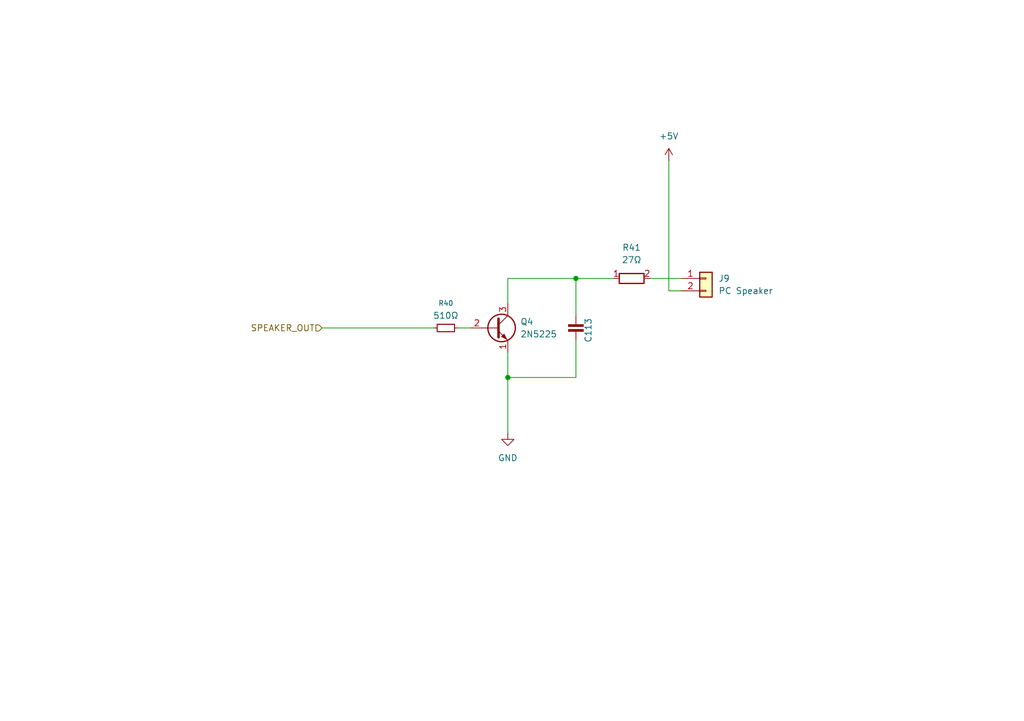
<source format=kicad_sch>
(kicad_sch (version 20250114) (generator "eeschema") (generator_version "9.0")
  (paper "A5")
  (lib_symbols
    (symbol "Connector_Generic:Conn_01x02" (pin_names (offset 1.016) (hide yes))
      (property "Reference" "J" (at 0 2.54 0))
      (property "Value" "Conn_01x02" (at 0 -5.08 0))
      (symbol "Conn_01x02_1_1"
        (rectangle (start -1.27 1.27) (end 1.27 -3.81) (stroke (width 0.254)) (fill (type background)))
        (rectangle (start -1.27 0.127) (end 0 -0.127) (stroke (width 0.1524)))
        (rectangle (start -1.27 -2.413) (end 0 -2.667) (stroke (width 0.1524)))
        (pin passive line (at -5.08 0 0) (length 3.81) (name "Pin_1") (number "1"))
        (pin passive line (at -5.08 -2.54 0) (length 3.81) (name "Pin_2") (number "2"))
      )
    )
    (symbol "R_1" (pin_names (offset 0))
      (property "Reference" "R" (at 2.032 0 90))
      (property "Value" "R" (at 0 0 90))
      (symbol "R_1_0_1"
        (rectangle (start -1.016 -2.54) (end 1.016 2.54) (stroke (width 0.254)))
      )
      (symbol "R_1_1_1"
        (pin passive line (at 0 3.81 270) (length 1.27) (name "~") (number "1"))
        (pin passive line (at 0 -3.81 90) (length 1.27) (name "~") (number "2"))
      )
    )
    (symbol "R_Small_1" (pin_numbers (hide yes)) (pin_names (offset 0.254) (hide yes))
      (property "Reference" "R" (at 0 0 90))
      (property "Value" "R_Small" (at 1.778 0 90))
      (symbol "R_Small_1_0_1"
        (rectangle (start -0.762 1.778) (end 0.762 -1.778) (stroke (width 0.2032)))
      )
      (symbol "R_Small_1_1_1"
        (pin passive line (at 0 2.54 270) (length 0.762) (name "~") (number "1"))
        (pin passive line (at 0 -2.54 90) (length 0.762) (name "~") (number "2"))
      )
    )
    (symbol "Transistor_BJT:Q_NPN_EBC" (pin_names (offset 0) (hide yes))
      (property "Reference" "Q" (at 5.08 1.27 0))
      (property "Value" "Q_NPN_EBC" (at 5.08 -1.27 0))
      (symbol "Q_NPN_EBC_0_1"
        (polyline (pts (xy -2.54 0) (xy 0.635 0)))
        (polyline (pts (xy 0.635 1.905) (xy 0.635 -1.905)) (stroke (width 0.508)))
        (circle (center 1.27 0) (radius 2.8194) (stroke (width 0.254)))
      )
      (symbol "Q_NPN_EBC_1_1"
        (polyline (pts (xy 0.635 0.635) (xy 2.54 2.54)))
        (polyline (pts (xy 0.635 -0.635) (xy 2.54 -2.54)))
        (polyline (pts (xy 1.27 -1.778) (xy 1.778 -1.27) (xy 2.286 -2.286) (xy 1.27 -1.778)) (fill (type outline)))
        (pin input line (at -5.08 0 0) (length 2.54) (name "B") (number "2"))
        (pin passive line (at 2.54 5.08 270) (length 2.54) (name "C") (number "3"))
        (pin passive line (at 2.54 -5.08 90) (length 2.54) (name "E") (number "1"))
      )
    )
    (symbol "power:+5V" (power) (pin_numbers (hide yes)) (pin_names (offset 0) (hide yes))
      (property "Value" "+5V" (at 0 3.556 0))
      (symbol "+5V_0_1"
        (polyline (pts (xy -0.762 1.27) (xy 0 2.54)))
        (polyline (pts (xy 0 2.54) (xy 0.762 1.27)))
        (polyline (pts (xy 0 0) (xy 0 2.54)))
      )
      (symbol "+5V_1_1"
        (pin power_in line (at 0 0 90) (length 0) (name "~") (number "1"))
      )
    )
    (symbol "power:GND" (power) (pin_numbers (hide yes)) (pin_names (offset 0) (hide yes))
      (property "Value" "GND" (at 0 -3.81 0))
      (symbol "GND_0_1"
        (polyline (pts (xy 0 0) (xy 0 -1.27) (xy 1.27 -1.27) (xy 0 -2.54) (xy -1.27 -1.27) (xy 0 -1.27)))
      )
      (symbol "GND_1_1"
        (pin power_in line (at 0 0 270) (length 0) (name "~") (number "1"))
      )
    )
    (symbol "seequa:C_Bypass_Film_2.54mm" (pin_numbers (hide yes)) (pin_names (offset 0.254) (hide yes))
      (property "Reference" "C" (at 0.254 1.778 0))
      (symbol "C_Bypass_Film_2.54mm_0_1"
        (rectangle (start -1.524 0.6858) (end 1.524 0.3048) (fill (type outline)))
        (rectangle (start -1.524 -0.3048) (end 1.524 -0.6858) (fill (type outline)))
      )
      (symbol "C_Bypass_Film_2.54mm_1_1"
        (pin passive line (at 0 2.54 270) (length 1.8542) (name "~") (number "1"))
        (pin passive line (at 0 -2.54 90) (length 1.8542) (name "~") (number "2"))
      )
    )
  )
  (junction (at 118.11 57.15))
  (junction (at 104.14 77.47))
  (wire (pts (xy 66.04 67.31) (xy 88.9 67.31)))
  (wire (pts (xy 104.14 72.39) (xy 104.14 77.47)))
  (wire (pts (xy 104.14 62.23) (xy 104.14 57.15)))
  (wire (pts (xy 118.11 69.85) (xy 118.11 77.47)))
  (wire (pts (xy 118.11 57.15) (xy 118.11 64.77)))
  (wire (pts (xy 133.35 57.15) (xy 139.7 57.15)))
  (wire (pts (xy 139.7 59.69) (xy 137.16 59.69)))
  (wire (pts (xy 118.11 57.15) (xy 125.73 57.15)))
  (wire (pts (xy 104.14 77.47) (xy 118.11 77.47)))
  (wire (pts (xy 137.16 33.02) (xy 137.16 59.69)))
  (wire (pts (xy 93.98 67.31) (xy 96.52 67.31)))
  (wire (pts (xy 104.14 77.47) (xy 104.14 88.9)))
  (wire (pts (xy 104.14 57.15) (xy 118.11 57.15)))
  (hierarchical_label "SPEAKER_OUT" (shape input) (at 66.04 67.31 180))
  (symbol (lib_name "R_Small_1") (lib_id "Device:R_Small") (at 91.44 67.31 90) (unit 1)
    (property "Reference" "R40" (at 91.44 62.23 90) (effects (font (size 1.016 1.016))))
    (property "Value" "510Ω" (at 91.44 64.77 90))
    (property "Footprint" "seequa_footprints:R_Seequa_Resistor" (effects (hide yes)))
    (property "Description" "Resistor, small symbol" (effects (hide yes)))
    (property "seq_silkscreen" "R40" (effects (hide yes)))
    (property "seq_notes" "Green,Black,Black,Gold" (effects (hide yes)))
  )
  (symbol (lib_id "Connector_Generic:Conn_01x02") (at 144.78 57.15 0) (unit 1)
    (property "Reference" "J9" (at 147.32 57.1499 0) (effects (justify left)))
    (property "Value" "PC Speaker" (at 147.32 59.6899 0) (effects (justify left)))
    (property "Footprint" "Connector_PinHeader_2.54mm:PinHeader_1x02_P2.54mm_Horizontal" (effects (hide yes)))
    (property "Description" "Generic connector, single row, 01x02, script generated (kicad-library-utils/schlib/autogen/connector/)" (effects (hide yes)))
  )
  (symbol (lib_id "power:GND") (at 104.14 88.9 0) (unit 1)
    (property "Reference" "#PWR020" (effects (hide yes)))
    (property "Value" "GND" (at 104.14 93.98 0))
    (property "Description" "Power symbol creates a global label with name \"GND\" , ground" (effects (hide yes)))
  )
  (symbol (lib_id "power:+5V") (at 137.16 33.02 0) (unit 1)
    (property "Reference" "#PWR021" (effects (hide yes)))
    (property "Value" "+5V" (at 137.16 27.94 0))
    (property "Description" "Power symbol creates a global label with name \"+5V\"" (effects (hide yes)))
  )
  (symbol (lib_id "seequa:C_Bypass_Film_2.54mm") (at 118.11 67.31 0) (unit 1)
    (property "Reference" "C113" (at 120.65 70.358 90) (effects (justify left)))
    (property "Value" "C_Bypass_5mm" (effects (hide yes)))
    (property "Footprint" "seequa_footprints:C_Seequa_Bypass_3.8mm" (effects (hide yes)))
    (property "Description" "0.1uF Dipped Film, ±10%" (effects (hide yes)))
  )
  (symbol (lib_id "Transistor_BJT:Q_NPN_EBC") (at 101.6 67.31 0) (unit 1)
    (property "Reference" "Q4" (at 106.68 66.0399 0) (effects (justify left)))
    (property "Value" "2N5225" (at 106.68 68.5799 0) (effects (justify left)))
    (property "Footprint" "Package_TO_SOT_THT:TO-92L_Inline_Wide" (effects (hide yes)))
    (property "Description" "NPN transistor, emitter/base/collector" (effects (hide yes)))
  )
  (symbol (lib_name "R_1") (lib_id "Device:R") (at 129.54 57.15 90) (unit 1)
    (property "Reference" "R41" (at 129.54 50.8 90))
    (property "Value" "27Ω" (at 129.54 53.34 90))
    (property "Footprint" "Resistor_THT:R_Axial_DIN0516_L15.5mm_D5.0mm_P20.32mm_Horizontal" (effects (hide yes)))
    (property "Description" "Resistor" (effects (hide yes)))
    (property "seq_notes" "1W, Red,Violet,Black,Gold" (effects (hide yes)))
  )
)
</source>
